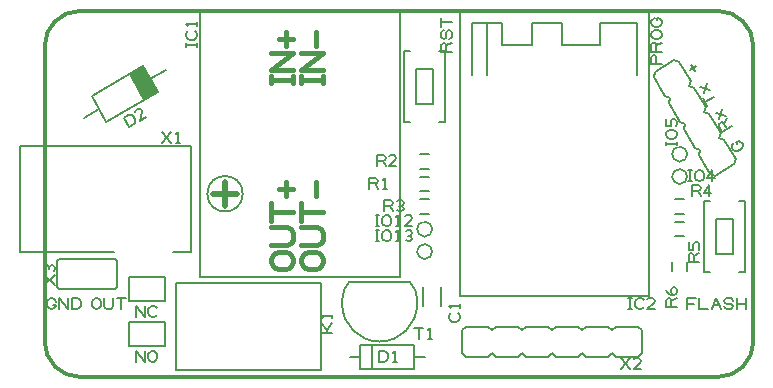
<source format=gbr>
G04 GENERATED BY PULSONIX 12.5 GERBER.DLL 9449*
G04 #@! TF.GenerationSoftware,Pulsonix,Pulsonix,12.5.9449*
G04 #@! TF.CreationDate,2025-04-26T21:18:15--1:00*
G04 #@! TF.Part,Single*
%FSLAX35Y35*%
%LPD*%
%MOMM*%
G04 #@! TF.FileFunction,Legend,Top*
G04 #@! TF.FilePolarity,Positive*
G04 #@! TA.AperFunction,Profile*
%ADD10C,0.30000*%
G04 #@! TA.AperFunction,Material*
%ADD11C,0.20000*%
%ADD13C,0.20320*%
%ADD75C,0.50000*%
G04 #@! TD.AperFunction*
%ADD76C,0.20000*%
%ADD107C,0.45000*%
G04 #@! TD.AperFunction*
X0Y0D02*
D02*
D10*
X703925Y3315500D02*
X6103925D01*
G75*
G02*
X6403925Y3015500I0J-300000D01*
G01*
Y515500D01*
G75*
G02*
X6103925Y215500I-300000J0D01*
G01*
X703925D01*
G75*
G02*
X403925Y515500I0J300000D01*
G01*
Y3015500D01*
G75*
G02*
X703925Y3315500I300000J0D01*
G01*
D02*
D11*
X509425Y980000D02*
Y1194000D01*
X529425Y1214000D01*
X997425D01*
X1017425Y1194000D01*
Y980000D01*
X997425Y960000D01*
X529425D01*
X509425Y980000D01*
X1234931Y2844253D02*
X1122348Y2779253D01*
X1247348Y2562747D01*
X1359931Y2627747D01*
X1234931Y2844253D01*
G36*
X1234931Y2844253D02*
X1122348Y2779253D01*
X1247348Y2562747D01*
X1359931Y2627747D01*
X1234931Y2844253D01*
G37*
X1715925Y3309500D02*
Y1059500D01*
X3415925D01*
Y3309500D01*
X1715925D01*
X2080925Y1767000D02*
G75*
G03*
X1780925I-150000J0D01*
G01*
G75*
G03*
X2080925I150000J0D01*
G01*
X3585925Y1596000D02*
X3655925D01*
X3585925Y1721000D02*
X3655925D01*
X3585925Y1786500D02*
X3655925D01*
X3585925Y1911500D02*
X3655925D01*
X3585925Y1977000D02*
X3655925D01*
X3585925Y2102000D02*
X3655925D01*
X3606925Y976500D02*
Y816500D01*
X3620925Y1341000D02*
G75*
G03*
Y1214000I0J-63500D01*
G01*
G75*
G03*
Y1341000I0J63500D01*
G01*
Y1531500D02*
G75*
G03*
Y1404500I0J-63500D01*
G01*
G75*
G03*
Y1531500I0J63500D01*
G01*
X3761925Y976500D02*
Y816500D01*
X3921925Y903000D02*
X5521925D01*
Y3303000D01*
X3921925D01*
Y903000D01*
X4025425Y2770500D02*
Y3215000D01*
X4279425D01*
Y3024500D01*
X4533425D01*
Y3215000D01*
X4787425D01*
Y3024500D01*
X5104925D01*
Y3215000D01*
X5422425D01*
Y2770500D01*
X4152425Y3215000D02*
Y2770500D01*
X5717425Y1115500D02*
Y1185500D01*
X5744925Y1405500D02*
X5814925D01*
X5744925Y1530500D02*
X5814925D01*
X5744925Y1596000D02*
X5814925D01*
X5744925Y1721000D02*
X5814925D01*
X5779925Y1976000D02*
G75*
G03*
Y1849000I0J-63500D01*
G01*
G75*
G03*
Y1976000I0J63500D01*
G01*
Y2166500D02*
G75*
G03*
Y2039500I0J-63500D01*
G01*
G75*
G03*
Y2166500I0J63500D01*
G01*
X5842425Y1115500D02*
Y1185500D01*
D02*
D13*
X191925Y1272000D02*
Y2172000D01*
X1641925D01*
X801919Y2594253D02*
X1234931Y2844253D01*
X1359931Y2627747D01*
X926919Y2377747D01*
X801919Y2594253D01*
X864419Y2486000D02*
X734515Y2411000D01*
X991925Y1272000D02*
X191925D01*
X1121425Y479000D02*
Y679000D01*
X1421425D01*
Y479000D01*
X1121425D01*
Y860000D02*
Y1060000D01*
X1421425D01*
Y860000D01*
X1121425D01*
X1297431Y2736000D02*
X1427335Y2811000D01*
X1517805Y274200D02*
Y1010800D01*
X1641925Y1272000D02*
X1491925D01*
X1641925Y2172000D02*
Y1272000D01*
X2747165Y274200D02*
X1517805D01*
X2747165Y1010800D02*
X1517805D01*
X2747165D02*
Y274200D01*
X3074825Y388500D02*
X2985925D01*
X3176425Y286900D02*
Y490100D01*
X3445925Y2374500D02*
X3495925D01*
X3445925D02*
Y2974500D01*
X3495925D01*
X3532025Y490100D02*
Y286900D01*
X3074825D01*
Y490100D01*
X3532025D01*
X3557425Y833000D02*
G75*
G02*
X3239925Y515500I-317500J0D01*
G01*
G75*
G02*
X2922425Y833000I0J317500D01*
G01*
Y871100D01*
G75*
G02*
X2985925Y1023500I215713J-451D01*
G01*
X3493925D01*
G75*
G02*
X3557425Y871100I-152213J-152851D01*
G01*
Y833000D01*
X3620925Y388500D02*
X3532025D01*
X3695925Y2524500D02*
Y2824500D01*
X3545925D01*
Y2524500D01*
X3695925D01*
X3795925Y2374500D02*
X3745925D01*
X3795925D02*
Y2974500D01*
X3745925D01*
X3938425Y420250D02*
Y610750D01*
X3970175Y388500D02*
X3938425Y420250D01*
X3970175Y642500D02*
X3938425Y610750D01*
X4224175Y388500D02*
X4192425Y420250D01*
X4224175Y642500D02*
X4192425Y610750D01*
X4255925Y642500D02*
X4224175D01*
X4192425Y610750D01*
X4160675Y642500D01*
X3970175D01*
X4414675Y388500D02*
X4224175D01*
X4192425Y420250D01*
X4160675Y388500D01*
X3970175D01*
X4478175D02*
X4446425Y420250D01*
X4478175Y642500D02*
X4446425Y610750D01*
X4509925Y642500D02*
X4478175D01*
X4446425Y610750D01*
X4414675Y642500D01*
X4224175D01*
X4668675Y388500D02*
X4478175D01*
X4446425Y420250D01*
X4414675Y388500D01*
X4224175D01*
X4732175D02*
X4700425Y420250D01*
X4732175Y642500D02*
X4700425Y610750D01*
X4763925Y642500D02*
X4732175D01*
X4700425Y610750D01*
X4668675Y642500D01*
X4478175D01*
X4922675Y388500D02*
X4732175D01*
X4700425Y420250D01*
X4668675Y388500D01*
X4478175D01*
X4986175D02*
X4954425Y420250D01*
X4986175Y642500D02*
X4954425Y610750D01*
X5017925Y642500D02*
X4986175D01*
X4954425Y610750D01*
X4922675Y642500D01*
X4732175D01*
X5176675Y388500D02*
X4986175D01*
X4954425Y420250D01*
X4922675Y388500D01*
X4732175D01*
X5271925Y642500D02*
X5240175D01*
X5208425Y610750D01*
X5176675Y642500D01*
X4986175D01*
X5430675Y388500D02*
X5240175D01*
X5208425Y420250D01*
X5176675Y388500D01*
X4986175D01*
X5430675Y642500D02*
X5271925D01*
X5462425Y420250D02*
X5430675Y388500D01*
X5462425Y420250D02*
Y610750D01*
X5430675Y642500D01*
X5558815Y2756989D02*
X5638190Y2619507D01*
X5570436Y2800360D02*
X5558815Y2756989D01*
X5638190Y2619507D02*
X5654065Y2592011D01*
X5697436Y2580390D01*
X5685815Y2537018D01*
X5781065Y2372041D01*
X5735414Y2895610D02*
X5778785Y2883989D01*
X5735414Y2895610D02*
X5570436Y2800360D01*
X5765190Y2399537D02*
X5781065Y2372041D01*
X5824436Y2360419D01*
X5812815Y2317048D01*
X5908065Y2152070D01*
X5778785Y2883989D02*
X5874035Y2719011D01*
X5862414Y2675640D01*
X5905785Y2664018D01*
X6001035Y2499041D01*
X5781065Y2372041D02*
X5824436Y2360419D01*
X5892190Y2179566D02*
X5908065Y2152070D01*
X5951436Y2140449D01*
X5939815Y2097078D01*
X6035065Y1932100D01*
X5905785Y2664018D02*
X6001035Y2499041D01*
X5989414Y2455669D01*
X6032785Y2444048D01*
X6128035Y2279070D01*
X5908065Y2152070D02*
X5951436Y2140449D01*
X5985924Y1104500D02*
X6035925Y1104501D01*
X5985924Y1704500D02*
X6035925D01*
X5985924D02*
Y1104500D01*
X6001035Y2499041D02*
X5989414Y2455669D01*
X6032785Y2444048D02*
X6128035Y2279070D01*
X6116414Y2235699D01*
X6159785Y2224078D01*
X6255035Y2059100D01*
X6035065Y1932100D02*
X6078436Y1920478D01*
X6085925Y1554500D02*
Y1254500D01*
X6235925D01*
Y1554500D01*
X6085925D01*
X6128035Y2279070D02*
X6116414Y2235699D01*
X6243414Y2015728D02*
X6078436Y1920478D01*
X6255035Y2059100D02*
X6243414Y2015728D01*
X6335926Y1104500D02*
X6285925D01*
X6335926Y1704500D02*
X6285925Y1704499D01*
X6335926Y1704500D02*
Y1104500D01*
D02*
D75*
X1930925Y1867000D02*
Y1667000D01*
X2030925Y1767000D02*
X1830925D01*
D02*
D76*
X489484Y998275D02*
X397719Y1074746D01*
Y998275D02*
X489484Y1074746D01*
X481837Y1111222D02*
X489484Y1126516D01*
Y1141810D01*
X481837Y1157104D01*
X466543Y1164751D01*
X451249Y1157104D01*
X443601Y1141810D01*
Y1126516D01*
Y1141810D02*
X435954Y1157104D01*
X420660Y1164751D01*
X405366Y1157104D01*
X397719Y1141810D01*
Y1126516D01*
X405366Y1111222D01*
X476629Y827676D02*
X499571Y827676D01*
Y820029D01*
X491924Y804735D01*
X484276Y797088D01*
X468982Y789441D01*
X453688D01*
X438394Y797088D01*
X430747Y804735D01*
X423100Y820029D01*
Y850618D01*
X430747Y865912D01*
X438394Y873559D01*
X453688Y881206D01*
X468982D01*
X484276Y873559D01*
X491924Y865912D01*
X499571Y850618D01*
X528400Y789441D02*
X528400Y881206D01*
X604871Y789441D01*
Y881206D01*
X633700Y789441D02*
X633700Y881206D01*
X679582D01*
X694876Y873559D01*
X702524Y865912D01*
X710171Y850618D01*
Y820029D01*
X702524Y804735D01*
X694876Y797088D01*
X679582Y789441D01*
X633700D01*
X804100Y820029D02*
X804100Y850618D01*
X811747Y865912D01*
X819394Y873559D01*
X834688Y881206D01*
X849982D01*
X865276Y873559D01*
X872924Y865912D01*
X880571Y850618D01*
Y820029D01*
X872924Y804735D01*
X865276Y797088D01*
X849982Y789441D01*
X834688D01*
X819394Y797088D01*
X811747Y804735D01*
X804100Y820029D01*
X909400Y881206D02*
X909400Y812382D01*
X917047Y797088D01*
X932341Y789441D01*
X962929D01*
X978224Y797088D01*
X985871Y812382D01*
Y881206D01*
X1052935Y789441D02*
X1052935Y881206D01*
X1014700D02*
X1091171Y881206D01*
X1119616Y2332505D02*
X1073734Y2411976D01*
X1113469Y2434917D01*
X1130537Y2435941D01*
X1140984Y2433143D01*
X1155254Y2423721D01*
X1170548Y2397230D01*
X1171573Y2380162D01*
X1168773Y2369715D01*
X1159351Y2355446D01*
X1119616Y2332505D01*
X1263789Y2415743D02*
X1210809Y2385155D01*
X1230401Y2458278D01*
X1229377Y2475346D01*
X1215107Y2484768D01*
X1198039Y2483743D01*
X1178171Y2472273D01*
X1168750Y2458003D01*
X1174250Y344941D02*
X1174250Y436706D01*
X1250721Y344941D01*
Y436706D01*
X1279550Y375529D02*
X1279550Y406118D01*
X1287197Y421412D01*
X1294844Y429059D01*
X1310138Y436706D01*
X1325432D01*
X1340726Y429059D01*
X1348374Y421412D01*
X1356021Y406118D01*
Y375529D01*
X1348374Y360235D01*
X1340726Y352588D01*
X1325432Y344941D01*
X1310138D01*
X1294844Y352588D01*
X1287197Y360235D01*
X1279550Y375529D01*
X1174250Y725941D02*
X1174250Y817706D01*
X1250721Y725941D01*
Y817706D01*
X1356021Y741235D02*
X1348374Y733588D01*
X1333079Y725941D01*
X1310138D01*
X1294844Y733588D01*
X1287197Y741235D01*
X1279550Y756529D01*
Y787118D01*
X1287197Y802412D01*
X1294844Y810059D01*
X1310138Y817706D01*
X1333079D01*
X1348374Y810059D01*
X1356021Y802412D01*
X1398425Y2194941D02*
X1474896Y2286706D01*
X1398425D02*
X1474896Y2194941D01*
X1519019D02*
X1549607Y2194941D01*
X1534313D02*
X1534313Y2286706D01*
X1519019Y2271412D01*
X1695984Y3012650D02*
X1695984Y3043238D01*
Y3027944D02*
X1604219Y3027944D01*
Y3012650D02*
X1604219Y3043238D01*
X1680690Y3145021D02*
X1688337Y3137374D01*
X1695984Y3122079D01*
Y3099138D01*
X1688337Y3083844D01*
X1680690Y3076197D01*
X1665396Y3068550D01*
X1634807D01*
X1619513Y3076197D01*
X1611866Y3083844D01*
X1604219Y3099138D01*
Y3122079D01*
X1611866Y3137374D01*
X1619513Y3145021D01*
X1695984Y3189144D02*
X1695984Y3219732D01*
Y3204438D02*
X1604219Y3204438D01*
X1619513Y3189144D01*
X2838984Y592050D02*
X2747219Y592050D01*
X2793101D02*
X2793101Y614991D01*
X2747219Y668521D01*
X2793101Y614991D02*
X2838984Y668521D01*
Y712644D02*
X2838984Y743232D01*
Y727938D02*
X2747219Y727938D01*
X2762513Y712644D01*
X3151200Y1808441D02*
X3151200Y1900206D01*
X3204729D01*
X3220024Y1892559D01*
X3227671Y1877265D01*
X3220024Y1861971D01*
X3204729Y1854324D01*
X3151200D01*
X3204729D02*
X3227671Y1808441D01*
X3271794D02*
X3302382Y1808441D01*
X3287088D02*
X3287088Y1900206D01*
X3271794Y1884912D01*
X3214700Y1998941D02*
X3214700Y2090706D01*
X3268229D01*
X3283524Y2083059D01*
X3291171Y2067765D01*
X3283524Y2052471D01*
X3268229Y2044824D01*
X3214700D01*
X3268229D02*
X3291171Y1998941D01*
X3381176D02*
X3320000Y1998941D01*
X3373529Y2052471D01*
X3381176Y2067765D01*
X3373529Y2083059D01*
X3358235Y2090706D01*
X3335294D01*
X3320000Y2083059D01*
X3232900Y344941D02*
X3232900Y436706D01*
X3278782D01*
X3294076Y429059D01*
X3301724Y421412D01*
X3309371Y406118D01*
Y375529D01*
X3301724Y360235D01*
X3294076Y352588D01*
X3278782Y344941D01*
X3232900D01*
X3353494D02*
X3384082Y344941D01*
X3368788D02*
X3368788Y436706D01*
X3353494Y421412D01*
X3206050Y1363941D02*
X3236638Y1363941D01*
X3221344D02*
X3221344Y1455706D01*
X3206050D02*
X3236638Y1455706D01*
X3261950Y1394529D02*
X3261950Y1425118D01*
X3269597Y1440412D01*
X3277244Y1448059D01*
X3292538Y1455706D01*
X3307832D01*
X3323126Y1448059D01*
X3330774Y1440412D01*
X3338421Y1425118D01*
Y1394529D01*
X3330774Y1379235D01*
X3323126Y1371588D01*
X3307832Y1363941D01*
X3292538D01*
X3277244Y1371588D01*
X3269597Y1379235D01*
X3261950Y1394529D01*
X3382544Y1363941D02*
X3413132Y1363941D01*
X3397838D02*
X3397838Y1455706D01*
X3382544Y1440412D01*
X3463297Y1371588D02*
X3478591Y1363941D01*
X3493885D01*
X3509179Y1371588D01*
X3516826Y1386882D01*
X3509179Y1402176D01*
X3493885Y1409824D01*
X3478591D01*
X3493885D02*
X3509179Y1417471D01*
X3516826Y1432765D01*
X3509179Y1448059D01*
X3493885Y1455706D01*
X3478591D01*
X3463297Y1448059D01*
X3206050Y1490941D02*
X3236638Y1490941D01*
X3221344D02*
X3221344Y1582706D01*
X3206050D02*
X3236638Y1582706D01*
X3261950Y1521529D02*
X3261950Y1552118D01*
X3269597Y1567412D01*
X3277244Y1575059D01*
X3292538Y1582706D01*
X3307832D01*
X3323126Y1575059D01*
X3330774Y1567412D01*
X3338421Y1552118D01*
Y1521529D01*
X3330774Y1506235D01*
X3323126Y1498588D01*
X3307832Y1490941D01*
X3292538D01*
X3277244Y1498588D01*
X3269597Y1506235D01*
X3261950Y1521529D01*
X3382544Y1490941D02*
X3413132Y1490941D01*
X3397838D02*
X3397838Y1582706D01*
X3382544Y1567412D01*
X3516826Y1490941D02*
X3455650Y1490941D01*
X3509179Y1544471D01*
X3516826Y1559765D01*
X3509179Y1575059D01*
X3493885Y1582706D01*
X3470944D01*
X3455650Y1575059D01*
X3278200Y1617941D02*
X3278200Y1709706D01*
X3331729D01*
X3347024Y1702059D01*
X3354671Y1686765D01*
X3347024Y1671471D01*
X3331729Y1663824D01*
X3278200D01*
X3331729D02*
X3354671Y1617941D01*
X3391147Y1625588D02*
X3406441Y1617941D01*
X3421735D01*
X3437029Y1625588D01*
X3444676Y1640882D01*
X3437029Y1656176D01*
X3421735Y1663824D01*
X3406441D01*
X3421735D02*
X3437029Y1671471D01*
X3444676Y1686765D01*
X3437029Y1702059D01*
X3421735Y1709706D01*
X3406441D01*
X3391147Y1702059D01*
X3570435Y538441D02*
X3570435Y630206D01*
X3532200D02*
X3608671Y630206D01*
X3652794Y538441D02*
X3683382Y538441D01*
X3668088D02*
X3668088Y630206D01*
X3652794Y614912D01*
X3901190Y757246D02*
X3908837Y749599D01*
X3916484Y734304D01*
Y711363D01*
X3908837Y696069D01*
X3901190Y688422D01*
X3885896Y680775D01*
X3855307D01*
X3840013Y688422D01*
X3832366Y696069D01*
X3824719Y711363D01*
Y734304D01*
X3832366Y749599D01*
X3840013Y757246D01*
X3916484Y801369D02*
X3916484Y831957D01*
Y816663D02*
X3824719Y816663D01*
X3840013Y801369D01*
X3851984Y2969175D02*
X3760219Y2969175D01*
Y3022704D01*
X3767866Y3037999D01*
X3783160Y3045646D01*
X3798454Y3037999D01*
X3806101Y3022704D01*
Y2969175D01*
Y3022704D02*
X3851984Y3045646D01*
X3829043Y3074475D02*
X3844337Y3082122D01*
X3851984Y3097416D01*
Y3128004D01*
X3844337Y3143299D01*
X3829043Y3150946D01*
X3813749Y3143299D01*
X3806101Y3128004D01*
Y3097416D01*
X3798454Y3082122D01*
X3783160Y3074475D01*
X3767866Y3082122D01*
X3760219Y3097416D01*
Y3128004D01*
X3767866Y3143299D01*
X3783160Y3150946D01*
X3851984Y3218010D02*
X3760219Y3218010D01*
Y3179775D02*
X3760219Y3256246D01*
X5284975Y281441D02*
X5361446Y373206D01*
X5284975D02*
X5361446Y281441D01*
X5451451D02*
X5390275Y281441D01*
X5443804Y334971D01*
X5451451Y350265D01*
X5443804Y365559D01*
X5428510Y373206D01*
X5405569D01*
X5390275Y365559D01*
X5345750Y789441D02*
X5376338Y789441D01*
X5361044D02*
X5361044Y881206D01*
X5345750D02*
X5376338Y881206D01*
X5478121Y804735D02*
X5470474Y797088D01*
X5455179Y789441D01*
X5432238D01*
X5416944Y797088D01*
X5409297Y804735D01*
X5401650Y820029D01*
Y850618D01*
X5409297Y865912D01*
X5416944Y873559D01*
X5432238Y881206D01*
X5455179D01*
X5470474Y873559D01*
X5478121Y865912D01*
X5568126Y789441D02*
X5506950Y789441D01*
X5560479Y842971D01*
X5568126Y858265D01*
X5560479Y873559D01*
X5545185Y881206D01*
X5522244D01*
X5506950Y873559D01*
X5629984Y2865000D02*
X5538219Y2865000D01*
Y2918529D01*
X5545866Y2933824D01*
X5561160Y2941471D01*
X5576454Y2933824D01*
X5584101Y2918529D01*
Y2865000D01*
X5629984Y2970300D02*
X5538219Y2970300D01*
Y3023829D01*
X5545866Y3039124D01*
X5561160Y3046771D01*
X5576454Y3039124D01*
X5584101Y3023829D01*
Y2970300D01*
Y3023829D02*
X5629984Y3046771D01*
X5599396Y3075600D02*
X5568807Y3075600D01*
X5553513Y3083247D01*
X5545866Y3090894D01*
X5538219Y3106188D01*
Y3121482D01*
X5545866Y3136776D01*
X5553513Y3144424D01*
X5568807Y3152071D01*
X5599396D01*
X5614690Y3144424D01*
X5622337Y3136776D01*
X5629984Y3121482D01*
Y3106188D01*
X5622337Y3090894D01*
X5614690Y3083247D01*
X5599396Y3075600D01*
X5591749Y3234429D02*
X5591749Y3257371D01*
X5599396D01*
X5614690Y3249724D01*
X5622337Y3242076D01*
X5629984Y3226782D01*
Y3211488D01*
X5622337Y3196194D01*
X5614690Y3188547D01*
X5599396Y3180900D01*
X5568807D01*
X5553513Y3188547D01*
X5545866Y3196194D01*
X5538219Y3211488D01*
Y3226782D01*
X5545866Y3242076D01*
X5553513Y3249724D01*
X5568807Y3257371D01*
X5756984Y807775D02*
X5665219Y807775D01*
Y861304D01*
X5672866Y876599D01*
X5688160Y884246D01*
X5703454Y876599D01*
X5711101Y861304D01*
Y807775D01*
Y861304D02*
X5756984Y884246D01*
X5734043Y913075D02*
X5718749Y920722D01*
X5711101Y936016D01*
Y951310D01*
X5718749Y966604D01*
X5734043Y974251D01*
X5749337Y966604D01*
X5756984Y951310D01*
Y936016D01*
X5749337Y920722D01*
X5734043Y913075D01*
X5711101D01*
X5688160Y920722D01*
X5672866Y936016D01*
X5665219Y951310D01*
X5756984Y2176825D02*
X5756984Y2207413D01*
Y2192119D02*
X5665219Y2192119D01*
Y2176825D02*
X5665219Y2207413D01*
X5726396Y2232725D02*
X5695807Y2232725D01*
X5680513Y2240372D01*
X5672866Y2248019D01*
X5665219Y2263313D01*
Y2278607D01*
X5672866Y2293901D01*
X5680513Y2301549D01*
X5695807Y2309196D01*
X5726396D01*
X5741690Y2301549D01*
X5749337Y2293901D01*
X5756984Y2278607D01*
Y2263313D01*
X5749337Y2248019D01*
X5741690Y2240372D01*
X5726396Y2232725D01*
X5749337Y2338025D02*
X5756984Y2353319D01*
Y2376260D01*
X5749337Y2391554D01*
X5734043Y2399201D01*
X5726396D01*
X5711101Y2391554D01*
X5703454Y2376260D01*
Y2338025D01*
X5665219D01*
Y2399201D01*
X5910114Y2805885D02*
X5879526Y2858865D01*
X5921310Y2847669D02*
X5868329Y2817080D01*
X6072847Y2589897D02*
X5993376Y2544014D01*
X6012493Y2510902D02*
X5974258Y2577128D01*
X6039314Y2647977D02*
X5955745Y2670368D01*
X6008726Y2700957D02*
X5986333Y2617388D01*
X5947484Y1188775D02*
X5855719Y1188775D01*
Y1242304D01*
X5863366Y1257599D01*
X5878660Y1265246D01*
X5893954Y1257599D01*
X5901601Y1242304D01*
Y1188775D01*
Y1242304D02*
X5947484Y1265246D01*
X5939837Y1294075D02*
X5947484Y1309369D01*
Y1332310D01*
X5939837Y1347604D01*
X5924543Y1355251D01*
X5916896D01*
X5901601Y1347604D01*
X5893954Y1332310D01*
Y1294075D01*
X5855719D01*
Y1355251D01*
X5881700Y1744941D02*
X5881700Y1836706D01*
X5935229D01*
X5950524Y1829059D01*
X5958171Y1813765D01*
X5950524Y1798471D01*
X5935229Y1790824D01*
X5881700D01*
X5935229D02*
X5958171Y1744941D01*
X6025235D02*
X6025235Y1836706D01*
X5987000Y1775529D01*
X6048176D01*
X5853750Y1871941D02*
X5884338Y1871941D01*
X5869044D02*
X5869044Y1963706D01*
X5853750D02*
X5884338Y1963706D01*
X5909650Y1902529D02*
X5909650Y1933118D01*
X5917297Y1948412D01*
X5924944Y1956059D01*
X5940238Y1963706D01*
X5955532D01*
X5970826Y1956059D01*
X5978474Y1948412D01*
X5986121Y1933118D01*
Y1902529D01*
X5978474Y1887235D01*
X5970826Y1879588D01*
X5955532Y1871941D01*
X5940238D01*
X5924944Y1879588D01*
X5917297Y1887235D01*
X5909650Y1902529D01*
X6053185Y1871941D02*
X6053185Y1963706D01*
X6014950Y1902529D01*
X6076126D01*
X6220997Y2337989D02*
X6141526Y2292107D01*
X6114762Y2338464D01*
X6113737Y2355534D01*
X6123158Y2369803D01*
X6140227Y2370828D01*
X6154497Y2361405D01*
X6181261Y2315048D01*
X6154497Y2361405D02*
X6182762Y2404215D01*
X6168347Y2429182D02*
X6084778Y2451573D01*
X6137759Y2482162D02*
X6115366Y2398593D01*
X5842300Y789441D02*
X5842300Y881206D01*
X5918771D01*
X5903476Y835324D02*
X5842300Y835324D01*
X5947600Y881206D02*
X5947600Y789441D01*
X6024071D01*
X6052900D02*
X6091135Y881206D01*
X6129371Y789441D01*
X6068194Y827676D02*
X6114076Y827676D01*
X6158200Y812382D02*
X6165847Y797088D01*
X6181141Y789441D01*
X6211729D01*
X6227024Y797088D01*
X6234671Y812382D01*
X6227024Y827676D01*
X6211729Y835324D01*
X6181141D01*
X6165847Y842971D01*
X6158200Y858265D01*
X6165847Y873559D01*
X6181141Y881206D01*
X6211729D01*
X6227024Y873559D01*
X6234671Y858265D01*
X6263500Y789441D02*
X6263500Y881206D01*
Y835324D02*
X6339971Y835324D01*
Y789441D02*
X6339971Y881206D01*
X6268054Y2184711D02*
X6256583Y2204579D01*
X6263206Y2208403D01*
X6280274Y2209427D01*
X6290721Y2206627D01*
X6304990Y2197206D01*
X6312637Y2183961D01*
X6313662Y2166892D01*
X6310863Y2156446D01*
X6301441Y2142177D01*
X6274950Y2126882D01*
X6257882Y2125858D01*
X6247436Y2128657D01*
X6233166Y2138078D01*
X6225519Y2151323D01*
X6224495Y2168392D01*
X6227293Y2178839D01*
X6236715Y2193108D01*
D02*
D107*
X2503601Y2702570D02*
X2503601Y2762335D01*
Y2732452D02*
X2324307Y2732452D01*
Y2702570D02*
X2324307Y2762335D01*
X2503601Y2811790D02*
X2324307Y2811790D01*
X2503601Y2961202D01*
X2324307D01*
X2443837Y3017530D02*
X2443837Y3137059D01*
X2503601Y3077295D02*
X2384072Y3077295D01*
X2443837Y1126500D02*
X2384072Y1126500D01*
X2354190Y1141441D01*
X2339249Y1156382D01*
X2324307Y1186265D01*
Y1216147D01*
X2339249Y1246029D01*
X2354190Y1260971D01*
X2384072Y1275912D01*
X2443837D01*
X2473719Y1260971D01*
X2488660Y1246029D01*
X2503601Y1216147D01*
Y1186265D01*
X2488660Y1156382D01*
X2473719Y1141441D01*
X2443837Y1126500D01*
X2324307Y1332240D02*
X2458778Y1332240D01*
X2488660Y1347181D01*
X2503601Y1377064D01*
Y1436828D01*
X2488660Y1466711D01*
X2458778Y1481652D01*
X2324307D01*
X2503601Y1612686D02*
X2324307Y1612686D01*
Y1537980D02*
X2324307Y1687392D01*
X2443837Y1743720D02*
X2443837Y1863249D01*
X2503601Y1803485D02*
X2384072Y1803485D01*
X2757601Y2702570D02*
X2757601Y2762335D01*
Y2732452D02*
X2578307Y2732452D01*
Y2702570D02*
X2578307Y2762335D01*
X2757601Y2811790D02*
X2578307Y2811790D01*
X2757601Y2961202D01*
X2578307D01*
X2697837Y3017530D02*
X2697837Y3137059D01*
Y1126500D02*
X2638072Y1126500D01*
X2608190Y1141441D01*
X2593249Y1156382D01*
X2578307Y1186265D01*
Y1216147D01*
X2593249Y1246029D01*
X2608190Y1260971D01*
X2638072Y1275912D01*
X2697837D01*
X2727719Y1260971D01*
X2742660Y1246029D01*
X2757601Y1216147D01*
Y1186265D01*
X2742660Y1156382D01*
X2727719Y1141441D01*
X2697837Y1126500D01*
X2578307Y1332240D02*
X2712778Y1332240D01*
X2742660Y1347181D01*
X2757601Y1377064D01*
Y1436828D01*
X2742660Y1466711D01*
X2712778Y1481652D01*
X2578307D01*
X2757601Y1612686D02*
X2578307Y1612686D01*
Y1537980D02*
X2578307Y1687392D01*
X2697837Y1743720D02*
X2697837Y1863249D01*
X0Y0D02*
M02*

</source>
